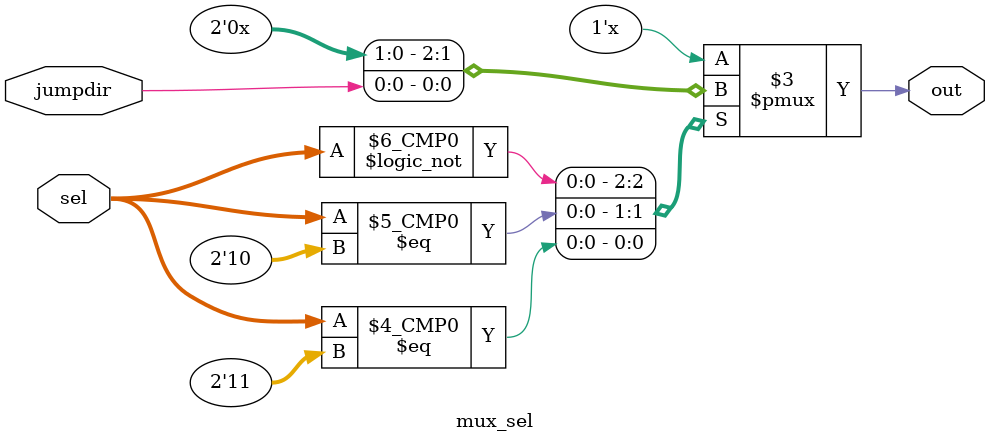
<source format=sv>
`timescale 1ns / 1ps


module mux_sel(jumpdir, sel, out);

    input logic jumpdir;
    input logic [1:0]sel;
    output logic out;
    
    //00 reset
    //01 hold
    //10 PC+4
    //11 salto, pc_i
    
    always @(sel) begin
    case (sel)
        2'b00: out<=1'b0;
        2'b01: out<=out;
        2'b10: out<=out+4;
        2'b11: out<=jumpdir;
        default out<=out;
        
    endcase
    end
         
    
    
    
    
endmodule

</source>
